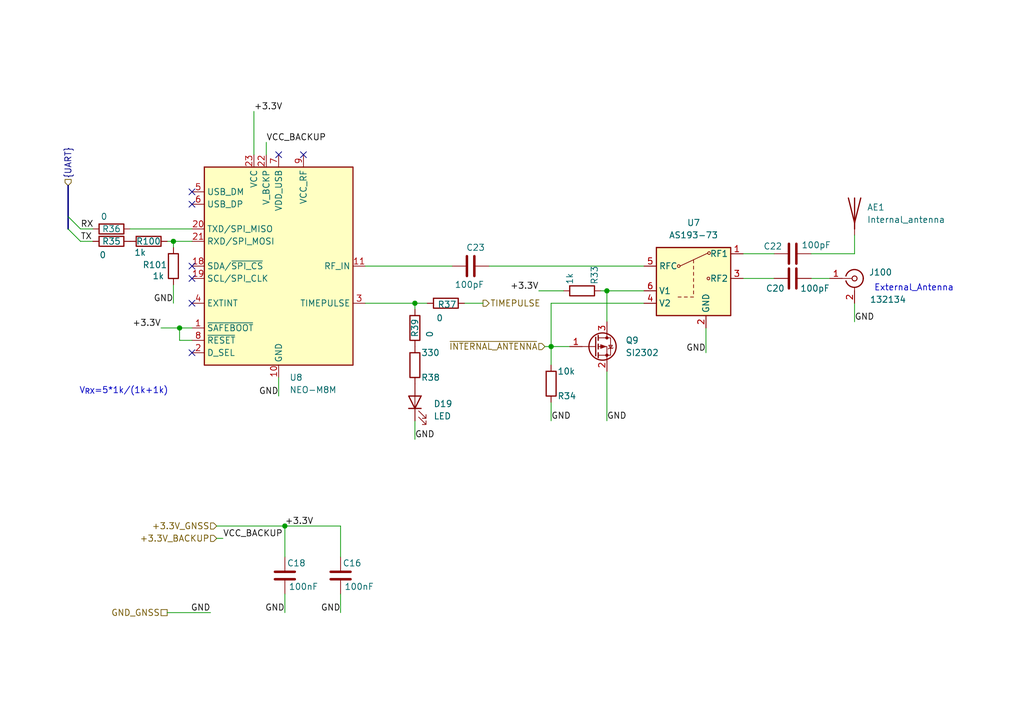
<source format=kicad_sch>
(kicad_sch (version 20231120) (generator "eeschema") (generator_version "8.0")
  (paper "A5")
  (title_block (title "GNSS Receiver") (date "2024-04-17") (rev "1.0"))
  (lib_symbols
    (symbol "Connector:Conn_Coaxial" (pin_names (offset 1.016) hide)
      (property "Reference" "J" (at 0.254 3.048 0))
      (property "Value" "Conn_Coaxial" (at 2.921 0 90))
      (symbol "Conn_Coaxial_0_1"
        (arc (start -1.778 -0.508) (mid 0.2311 -1.8066) (end 1.778 0) (stroke (width 0.254)))
        (polyline (pts (xy -2.54 0) (xy -0.508 0)))
        (polyline (pts (xy 0 -2.54) (xy 0 -1.778)))
        (circle (center 0 0) (radius 0.508) (stroke (width 0.2032)))
        (arc (start 1.778 0) (mid 0.2099 1.8101) (end -1.778 0.508) (stroke (width 0.254)))
      )
      (symbol "Conn_Coaxial_1_1"
        (pin passive line (at -5.08 0 0) (length 2.54) (name "In") (number "1"))
        (pin passive line (at 0 -5.08 90) (length 2.54) (name "Ext") (number "2"))
      )
    )
    (symbol "Device:Antenna" (pin_numbers hide) (pin_names (offset 1.016) hide)
      (property "Reference" "AE" (at -1.905 1.905 0))
      (property "Value" "Antenna" (at -1.905 0 0))
      (symbol "Antenna_0_1"
        (polyline (pts (xy 0 2.54) (xy 0 -3.81)) (stroke (width 0.254)))
        (polyline (pts (xy 1.27 2.54) (xy 0 -2.54) (xy -1.27 2.54)) (stroke (width 0.254)))
      )
      (symbol "Antenna_1_1"
        (pin input line (at 0 -5.08 90) (length 2.54) (name "A") (number "1"))
      )
    )
    (symbol "Device:C" (pin_numbers hide) (pin_names (offset 0.254))
      (property "Reference" "C" (at 0.635 2.54 0))
      (property "Value" "C" (at 0.635 -2.54 0))
      (symbol "C_0_1"
        (polyline (pts (xy -2.032 -0.762) (xy 2.032 -0.762)) (stroke (width 0.508)))
        (polyline (pts (xy -2.032 0.762) (xy 2.032 0.762)) (stroke (width 0.508)))
      )
      (symbol "C_1_1"
        (pin passive line (at 0 3.81 270) (length 2.794) (name "~") (number "1"))
        (pin passive line (at 0 -3.81 90) (length 2.794) (name "~") (number "2"))
      )
    )
    (symbol "Device:LED" (pin_numbers hide) (pin_names (offset 1.016) hide)
      (property "Reference" "D" (at 0 2.54 0))
      (property "Value" "LED" (at 0 -2.54 0))
      (symbol "LED_0_1"
        (polyline (pts (xy -1.27 -1.27) (xy -1.27 1.27)) (stroke (width 0.254)))
        (polyline (pts (xy -1.27 0) (xy 1.27 0)))
        (polyline (pts (xy 1.27 -1.27) (xy 1.27 1.27) (xy -1.27 0) (xy 1.27 -1.27)) (stroke (width 0.254)))
        (polyline (pts (xy -3.048 -0.762) (xy -4.572 -2.286) (xy -3.81 -2.286) (xy -4.572 -2.286) (xy -4.572 -1.524)))
        (polyline (pts (xy -1.778 -0.762) (xy -3.302 -2.286) (xy -2.54 -2.286) (xy -3.302 -2.286) (xy -3.302 -1.524)))
      )
      (symbol "LED_1_1"
        (pin passive line (at -3.81 0 0) (length 2.54) (name "K") (number "1"))
        (pin passive line (at 3.81 0 180) (length 2.54) (name "A") (number "2"))
      )
    )
    (symbol "Device:R" (pin_numbers hide) (pin_names (offset 0))
      (property "Reference" "R" (at 2.032 0 90))
      (property "Value" "R" (at 0 0 90))
      (symbol "R_0_1"
        (rectangle (start -1.016 -2.54) (end 1.016 2.54) (stroke (width 0.254)))
      )
      (symbol "R_1_1"
        (pin passive line (at 0 3.81 270) (length 1.27) (name "~") (number "1"))
        (pin passive line (at 0 -3.81 90) (length 1.27) (name "~") (number "2"))
      )
    )
    (symbol "NEO-M8M_1"
      (property "Reference" "U" (at -13.97 21.59 0))
      (property "Value" "NEO-M8M" (at 11.43 21.59 0))
      (symbol "NEO-M8M_1_0_1"
        (rectangle (start -15.24 20.32) (end 15.24 -20.32) (stroke (width 0.254)) (fill (type background)))
      )
      (symbol "NEO-M8M_1_1_1"
        (pin input line (at -17.78 -12.7 0) (length 2.54) (name "~{SAFEBOOT}") (number "1"))
        (pin power_in line (at 0 -22.86 90) (length 2.54) (name "GND") (number "10"))
        (pin input line (at 17.78 0 180) (length 2.54) (name "RF_IN") (number "11"))
        (pin passive line (at 0 -22.86 90) (length 2.54) hide (name "GND") (number "12"))
        (pin passive line (at 0 -22.86 90) (length 2.54) hide (name "GND") (number "13"))
        (pin no_connect line (at 15.24 -10.16 180) (length 2.54) hide (name "RESERVED") (number "14"))
        (pin no_connect line (at 15.24 -12.7 180) (length 2.54) hide (name "RESERVED") (number "15"))
        (pin no_connect line (at 15.24 -15.24 180) (length 2.54) hide (name "RESERVED") (number "16"))
        (pin no_connect line (at 15.24 -17.78 180) (length 2.54) hide (name "RESERVED") (number "17"))
        (pin bidirectional line (at -17.78 0 0) (length 2.54) (name "SDA/~{SPI_CS}") (number "18"))
        (pin input line (at -17.78 -2.54 0) (length 2.54) (name "SCL/SPI_CLK") (number "19"))
        (pin input line (at -17.78 -17.78 0) (length 2.54) (name "D_SEL") (number "2"))
        (pin output line (at -17.78 7.62 0) (length 2.54) (name "TXD/SPI_MISO") (number "20"))
        (pin input line (at -17.78 5.08 0) (length 2.54) (name "RXD/SPI_MOSI") (number "21"))
        (pin power_in line (at -2.54 22.86 270) (length 2.54) (name "V_BCKP") (number "22"))
        (pin power_in line (at -5.08 22.86 270) (length 2.54) (name "VCC") (number "23"))
        (pin passive line (at 0 -22.86 90) (length 2.54) hide (name "GND") (number "24"))
        (pin output line (at 17.78 -7.62 180) (length 2.54) (name "TIMEPULSE") (number "3"))
        (pin input line (at -17.78 -7.62 0) (length 2.54) (name "EXTINT") (number "4"))
        (pin bidirectional line (at -17.78 15.24 0) (length 2.54) (name "USB_DM") (number "5"))
        (pin bidirectional line (at -17.78 12.7 0) (length 2.54) (name "USB_DP") (number "6"))
        (pin power_in line (at 0 22.86 270) (length 2.54) (name "VDD_USB") (number "7"))
        (pin input line (at -17.78 -15.24 0) (length 2.54) (name "~{RESET}") (number "8"))
        (pin power_out line (at 5.08 22.86 270) (length 2.54) (name "VCC_RF") (number "9"))
      )
    )
    (symbol "RF_Switch:MASWSS0179"
      (property "Reference" "U" (at -7.62 7.62 0))
      (property "Value" "MASWSS0179" (at 3.81 7.62 0))
      (symbol "MASWSS0179_0_1"
        (circle (center -3.048 2.54) (radius 0.2794))
        (polyline (pts (xy -3.175 -3.81) (xy -2.54 -3.81)))
        (polyline (pts (xy -2.794 2.54) (xy 2.921 5.207)))
        (polyline (pts (xy -1.905 -3.81) (xy -1.27 -3.81)))
        (polyline (pts (xy -0.635 -3.81) (xy 0 -3.81)))
        (polyline (pts (xy 0 -3.175) (xy 0 -2.54)))
        (polyline (pts (xy 0 -1.905) (xy 0 -1.27)))
        (polyline (pts (xy 0 -0.635) (xy 0 0)))
        (polyline (pts (xy 0 0.635) (xy 0 1.27)))
        (polyline (pts (xy 0 1.905) (xy 0 2.54)))
        (polyline (pts (xy 0 3.175) (xy 0 3.81)))
        (circle (center 3.048 0) (radius 0.2794))
        (circle (center 3.175 5.207) (radius 0.2794))
        (rectangle (start 7.62 -7.62) (end -7.62 6.35) (stroke (width 0.254)) (fill (type background)))
      )
      (symbol "MASWSS0179_1_1"
        (pin passive line (at 10.16 5.08 180) (length 2.54) (name "RF1") (number "1"))
        (pin power_in line (at 2.54 -10.16 90) (length 2.54) (name "GND") (number "2"))
        (pin passive line (at 10.16 0 180) (length 2.54) (name "RF2") (number "3"))
        (pin input line (at -10.16 -5.08 0) (length 2.54) (name "V2") (number "4"))
        (pin passive line (at -10.16 2.54 0) (length 2.54) (name "RFC") (number "5"))
        (pin input line (at -10.16 -2.54 0) (length 2.54) (name "V1") (number "6"))
      )
    )
    (symbol "Transistor_FET:Si2319CDS" (pin_names hide)
      (property "Reference" "Q" (at 5.08 1.905 0))
      (property "Value" "Si2319CDS" (at 5.08 0 0))
      (symbol "Si2319CDS_0_1"
        (polyline (pts (xy 0.254 0) (xy -2.54 0)))
        (polyline (pts (xy 0.254 1.905) (xy 0.254 -1.905)) (stroke (width 0.254)))
        (polyline (pts (xy 0.762 -1.27) (xy 0.762 -2.286)) (stroke (width 0.254)))
        (polyline (pts (xy 0.762 0.508) (xy 0.762 -0.508)) (stroke (width 0.254)))
        (polyline (pts (xy 0.762 2.286) (xy 0.762 1.27)) (stroke (width 0.254)))
        (polyline (pts (xy 2.54 2.54) (xy 2.54 1.778)))
        (polyline (pts (xy 2.54 -2.54) (xy 2.54 0) (xy 0.762 0)))
        (polyline (pts (xy 0.762 1.778) (xy 3.302 1.778) (xy 3.302 -1.778) (xy 0.762 -1.778)))
        (polyline (pts (xy 2.286 0) (xy 1.27 0.381) (xy 1.27 -0.381) (xy 2.286 0)) (fill (type outline)))
        (polyline (pts (xy 2.794 -0.508) (xy 2.921 -0.381) (xy 3.683 -0.381) (xy 3.81 -0.254)))
        (polyline (pts (xy 3.302 -0.381) (xy 2.921 0.254) (xy 3.683 0.254) (xy 3.302 -0.381)))
        (circle (center 1.651 0) (radius 2.794) (stroke (width 0.254)))
        (circle (center 2.54 -1.778) (radius 0.254) (fill (type outline)))
        (circle (center 2.54 1.778) (radius 0.254) (fill (type outline)))
      )
      (symbol "Si2319CDS_1_1"
        (pin input line (at -5.08 0 0) (length 2.54) (name "G") (number "1"))
        (pin passive line (at 2.54 -5.08 90) (length 2.54) (name "S") (number "2"))
        (pin passive line (at 2.54 5.08 270) (length 2.54) (name "D") (number "3"))
      )
    )
  )
  (junction (at 124.46 59.69))
  (junction (at 85.09 62.23))
  (junction (at 58.42 107.95))
  (junction (at 113.03 71.12))
  (junction (at 35.56 49.53))
  (junction (at 36.83 67.31))
  (no_connect (at 39.37 57.15))
  (no_connect (at 39.37 62.23))
  (no_connect (at 39.37 54.61))
  (no_connect (at 39.37 41.91))
  (no_connect (at 57.15 31.75))
  (no_connect (at 62.23 31.75))
  (no_connect (at 39.37 72.39))
  (no_connect (at 39.37 39.37))
  (bus_entry (at 13.97 44.45) (size 2.54 2.54))
  (bus_entry (at 13.97 46.99) (size 2.54 2.54))
  (wire (pts (xy 16.51 46.99) (xy 19.05 46.99)))
  (wire (pts (xy 124.46 76.2) (xy 124.46 86.36)))
  (wire (pts (xy 34.29 125.73) (xy 43.18 125.73)))
  (wire (pts (xy 69.85 107.95) (xy 58.42 107.95)))
  (wire (pts (xy 124.46 59.69) (xy 123.19 59.69)))
  (wire (pts (xy 152.4 57.15) (xy 158.75 57.15)))
  (wire (pts (xy 132.08 59.69) (xy 124.46 59.69)))
  (wire (pts (xy 132.08 62.23) (xy 113.03 62.23)))
  (wire (pts (xy 85.09 62.23) (xy 85.09 63.5)))
  (wire (pts (xy 85.09 62.23) (xy 87.63 62.23)))
  (wire (pts (xy 166.37 52.07) (xy 175.26 52.07)))
  (wire (pts (xy 113.03 71.12) (xy 111.76 71.12)))
  (wire (pts (xy 144.78 67.31) (xy 144.78 72.39)))
  (wire (pts (xy 57.15 77.47) (xy 57.15 81.28)))
  (wire (pts (xy 35.56 49.53) (xy 39.37 49.53)))
  (wire (pts (xy 175.26 52.07) (xy 175.26 48.26)))
  (wire (pts (xy 115.57 59.69) (xy 110.49 59.69)))
  (wire (pts (xy 124.46 59.69) (xy 124.46 66.04)))
  (wire (pts (xy 116.84 71.12) (xy 113.03 71.12)))
  (wire (pts (xy 95.25 62.23) (xy 99.06 62.23)))
  (wire (pts (xy 152.4 52.07) (xy 158.75 52.07)))
  (wire (pts (xy 69.85 114.3) (xy 69.85 107.95)))
  (wire (pts (xy 36.83 67.31) (xy 39.37 67.31)))
  (wire (pts (xy 26.67 46.99) (xy 39.37 46.99)))
  (wire (pts (xy 44.45 107.95) (xy 58.42 107.95)))
  (wire (pts (xy 113.03 71.12) (xy 113.03 62.23)))
  (wire (pts (xy 35.56 58.42) (xy 35.56 62.23)))
  (wire (pts (xy 166.37 57.15) (xy 170.18 57.15)))
  (wire (pts (xy 34.29 49.53) (xy 35.56 49.53)))
  (wire (pts (xy 175.26 62.23) (xy 175.26 66.04)))
  (wire (pts (xy 35.56 49.53) (xy 35.56 50.8)))
  (wire (pts (xy 54.61 29.21) (xy 54.61 31.75)))
  (wire (pts (xy 58.42 114.3) (xy 58.42 107.95)))
  (wire (pts (xy 33.02 67.31) (xy 36.83 67.31)))
  (wire (pts (xy 113.03 82.55) (xy 113.03 86.36)))
  (wire (pts (xy 100.33 54.61) (xy 132.08 54.61)))
  (wire (pts (xy 74.93 54.61) (xy 92.71 54.61)))
  (wire (pts (xy 85.09 86.36) (xy 85.09 90.17)))
  (wire (pts (xy 113.03 71.12) (xy 113.03 74.93)))
  (wire (pts (xy 16.51 49.53) (xy 19.05 49.53)))
  (bus (pts (xy 13.97 44.45) (xy 13.97 46.99)))
  (wire (pts (xy 58.42 121.92) (xy 58.42 125.73)))
  (wire (pts (xy 36.83 67.31) (xy 36.83 69.85)))
  (wire (pts (xy 52.07 22.86) (xy 52.07 31.75)))
  (wire (pts (xy 44.45 110.49) (xy 45.72 110.49)))
  (wire (pts (xy 74.93 62.23) (xy 85.09 62.23)))
  (bus (pts (xy 13.97 38.1) (xy 13.97 44.45)))
  (wire (pts (xy 39.37 69.85) (xy 36.83 69.85)))
  (wire (pts (xy 69.85 121.92) (xy 69.85 125.73)))
  (text "External_Antenna\n" (at 187.452 59.182 0) (effects (font (size 1.27 1.27))))
  (text "V_{RX}=5*${a52a78e2-18e3-4ec6-8d46-591b24bd5bd1:VALUE}/(${a52a78e2-18e3-4ec6-8d46-591b24bd5bd1:VALUE}+${f5d83104-4b79-4b80-ade9-bfd7c6659042:VALUE})" (at 25.4 80.264 0) (effects (font (size 1.27 1.27))))
  (label "VCC_BACKUP" (at 45.72 110.49 0))
  (label "+3.3V" (at 110.49 59.69 180))
  (label "GND" (at 43.18 125.73 180))
  (label "GND" (at 58.42 125.73 180))
  (label "TX" (at 16.51 49.53 0))
  (label "GND" (at 144.78 72.39 180))
  (label "GND" (at 85.09 90.17 0))
  (label "VCC_BACKUP" (at 54.61 29.21 0))
  (label "+3.3V" (at 33.02 67.31 180))
  (label "GND" (at 175.26 66.04 0))
  (label "GND" (at 113.03 86.36 0))
  (label "+3.3V" (at 52.07 22.86 0))
  (label "GND" (at 35.56 62.23 180))
  (label "+3.3V" (at 58.42 107.95 0))
  (label "GND" (at 69.85 125.73 180))
  (label "GND" (at 57.15 81.28 180))
  (label "RX" (at 16.51 46.99 0))
  (label "GND" (at 124.46 86.36 0))
  (hierarchical_label "+3.3V_GNSS" (shape input) (at 44.45 107.95 180))
  (hierarchical_label "GND_GNSS" (shape passive) (at 34.29 125.73 180))
  (hierarchical_label "~{INTERNAL_ANTENNA}" (shape input) (at 111.76 71.12 180))
  (hierarchical_label "+3.3V_BACKUP" (shape input) (at 44.45 110.49 180))
  (hierarchical_label "{UART}" (shape input) (at 13.97 38.1 90))
  (hierarchical_label "TIMEPULSE" (shape output) (at 99.06 62.23 0))
  (symbol (lib_id "Device:R") (at 91.44 62.23 90) (unit 1)
    (property "Reference" "R37" (at 91.694 62.484 90))
    (property "Value" "0" (at 90.17 65.278 90))
    (property "Footprint" "Resistor_SMD:R_0603_1608Metric" (effects (hide yes)))
  )
  (symbol (lib_id "Device:C") (at 69.85 118.11 180) (unit 1)
    (property "Reference" "C16" (at 74.168 115.57 0) (effects (justify left)))
    (property "Value" "100nF" (at 76.708 120.396 0) (effects (justify left)))
    (property "Footprint" "Capacitor_SMD:C_0603_1608Metric" (effects (hide yes)))
  )
  (symbol (lib_id "Device:C") (at 96.52 54.61 270) (unit 1)
    (property "Reference" "C23" (at 97.536 50.8 90))
    (property "Value" "100pF" (at 96.266 58.42 90))
    (property "Footprint" "Capacitor_SMD:C_0603_1608Metric" (effects (hide yes)))
    (property "Description" "Unpolarized capacitor" (effects (hide yes)))
  )
  (symbol (lib_id "Device:C") (at 162.56 52.07 270) (mirror x) (unit 1)
    (property "Reference" "C22" (at 158.496 50.546 90))
    (property "Value" "100pF" (at 167.386 50.292 90))
    (property "Footprint" "Capacitor_SMD:C_0603_1608Metric" (effects (hide yes)))
    (property "Description" "Unpolarized capacitor" (effects (hide yes)))
  )
  (symbol (lib_id "Device:R") (at 22.86 46.99 90) (unit 1)
    (property "Reference" "R36" (at 22.86 46.99 90))
    (property "Value" "0" (at 21.336 44.45 90))
    (property "Footprint" "Resistor_SMD:R_0603_1608Metric" (effects (hide yes)))
  )
  (symbol (lib_id "Device:R") (at 119.38 59.69 270) (mirror x) (unit 1)
    (property "Reference" "R33" (at 121.92 58.42 0) (effects (justify left)))
    (property "Value" "1k" (at 116.84 58.42 0) (effects (justify left)))
    (property "Footprint" "Resistor_SMD:R_0603_1608Metric" (effects (hide yes)))
  )
  (symbol (lib_id "Device:R") (at 22.86 49.53 90) (unit 1)
    (property "Reference" "R35" (at 22.86 49.53 90))
    (property "Value" "0" (at 21.082 52.324 90))
    (property "Footprint" "Resistor_SMD:R_0603_1608Metric" (effects (hide yes)))
  )
  (symbol (lib_id "Device:R") (at 113.03 78.74 0) (mirror x) (unit 1)
    (property "Reference" "R34" (at 114.3 81.28 0) (effects (justify left)))
    (property "Value" "10k" (at 114.3 76.2 0) (effects (justify left)))
    (property "Footprint" "Resistor_SMD:R_0603_1608Metric" (effects (hide yes)))
  )
  (symbol (lib_id "Device:C") (at 58.42 118.11 180) (unit 1)
    (property "Reference" "C18" (at 62.738 115.57 0) (effects (justify left)))
    (property "Value" "100nF" (at 65.278 120.396 0) (effects (justify left)))
    (property "Footprint" "Capacitor_SMD:C_0603_1608Metric" (effects (hide yes)))
  )
  (symbol (lib_id "Device:R") (at 85.09 67.31 180) (unit 1)
    (property "Reference" "R39" (at 85.09 67.31 90))
    (property "Value" "0" (at 88.138 68.58 90))
    (property "Footprint" "Resistor_SMD:R_0603_1608Metric" (effects (hide yes)))
  )
  (symbol (lib_id "Device:R") (at 35.56 54.61 0) (unit 1)
    (property "Reference" "R101" (at 29.21 54.356 0) (effects (justify left)))
    (property "Value" "1k" (at 31.242 56.642 0) (effects (justify left)))
    (property "Footprint" "Resistor_SMD:R_0603_1608Metric" (effects (hide yes)))
  )
  (symbol (lib_id "Transistor_FET:Si2319CDS") (at 121.92 71.12 0) (unit 1)
    (property "Reference" "Q9" (at 128.27 69.8499 0) (effects (justify left)))
    (property "Value" "SI2302" (at 128.27 72.3899 0) (effects (justify left)))
    (property "Footprint" "Package_TO_SOT_SMD:SOT-23" (effects (hide yes)))
    (property "Datasheet" "http://www.vishay.com/docs/66709/si2319cd.pdf" (effects (hide yes)))
    (property "Description" "-4.4A Id, -40V Vds, P-Channel MOSFET, SOT-23" (effects (hide yes)))
  )
  (symbol (lib_id "RF_Switch:MASWSS0179") (at 142.24 57.15 0) (unit 1)
    (property "Reference" "U7" (at 142.24 45.72 0))
    (property "Value" "AS193-73" (at 142.24 48.26 0))
    (property "Footprint" "Package_TO_SOT_SMD:SOT-23-6" (effects (hide yes)))
    (property "Datasheet" "https://cdn.macom.com/datasheets/MASWSS0179.pdf" (effects (hide yes)))
    (property "Description" "Macom GaAs RF SPDT switch, DC-2GHz, 0.6/22dB loss/isolation, SOT-26 (SOT-23-6)" (effects (hide yes)))
  )
  (symbol (lib_name "NEO-M8M_1") (lib_id "RF_GPS:NEO-M8M") (at 57.15 54.61 0) (unit 1)
    (property "Reference" "U8" (at 59.3441 77.47 0) (effects (justify left)))
    (property "Value" "NEO-M8M" (at 59.3441 80.01 0) (effects (justify left)))
    (property "Footprint" "RF_GPS:ublox_NEO" (effects (hide yes)))
    (property "Datasheet" "https://content.u-blox.com/sites/default/files/NEO-M8-FW3_DataSheet_UBX-15031086.pdf" (effects (hide yes)))
    (property "Description" "GNSS Module NEO M8, VCC 2.7V to 3.6V" (effects (hide yes)))
  )
  (symbol (lib_id "Device:Antenna") (at 175.26 43.18 0) (mirror y) (unit 1)
    (property "Reference" "AE1" (at 177.8 42.5449 0) (effects (justify right)))
    (property "Value" "Internal_antenna" (at 177.8 45.0849 0) (effects (justify right)))
    (property "Footprint" "MountingHole:MountingHole_2.2mm_M2_DIN965_Pad" (effects (hide yes)))
    (property "Description" "Antenna" (effects (hide yes)))
  )
  (symbol (lib_id "Device:R") (at 85.09 74.93 0) (mirror x) (unit 1)
    (property "Reference" "R38" (at 86.36 77.47 0) (effects (justify left)))
    (property "Value" "330" (at 86.36 72.39 0) (effects (justify left)))
    (property "Footprint" "Resistor_SMD:R_0603_1608Metric" (effects (hide yes)))
  )
  (symbol (lib_id "Device:C") (at 162.56 57.15 270) (mirror x) (unit 1)
    (property "Reference" "C20" (at 159.004 59.182 90))
    (property "Value" "100pF" (at 167.132 59.182 90))
    (property "Footprint" "Capacitor_SMD:C_0603_1608Metric" (effects (hide yes)))
    (property "Description" "Unpolarized capacitor" (effects (hide yes)))
  )
  (symbol (lib_id "Device:LED") (at 85.09 82.55 90) (unit 1)
    (property "Reference" "D19" (at 88.9 82.8674 90) (effects (justify right)))
    (property "Value" "LED" (at 88.9 85.4074 90) (effects (justify right)))
    (property "Footprint" "LED_SMD:LED_0603_1608Metric" (effects (hide yes)))
    (property "Description" "Light emitting diode" (effects (hide yes)))
  )
  (symbol (lib_id "Device:R") (at 30.48 49.53 90) (unit 1)
    (property "Reference" "R100" (at 33.02 49.53 90) (effects (justify left)))
    (property "Value" "1k" (at 29.972 51.816 90) (effects (justify left)))
    (property "Footprint" "Resistor_SMD:R_0603_1608Metric" (effects (hide yes)))
  )
  (symbol (lib_id "Connector:Conn_Coaxial") (at 175.26 57.15 0) (unit 1)
    (property "Reference" "J100" (at 180.594 55.88 0))
    (property "Value" "132134" (at 182.118 61.468 0))
    (property "Footprint" "Connector_Coaxial:SMA_Molex_73251-1153_EdgeMount_Horizontal" (effects (hide yes)))
    (property "Datasheet" " ~" (effects (hide yes)))
  )
)
</source>
